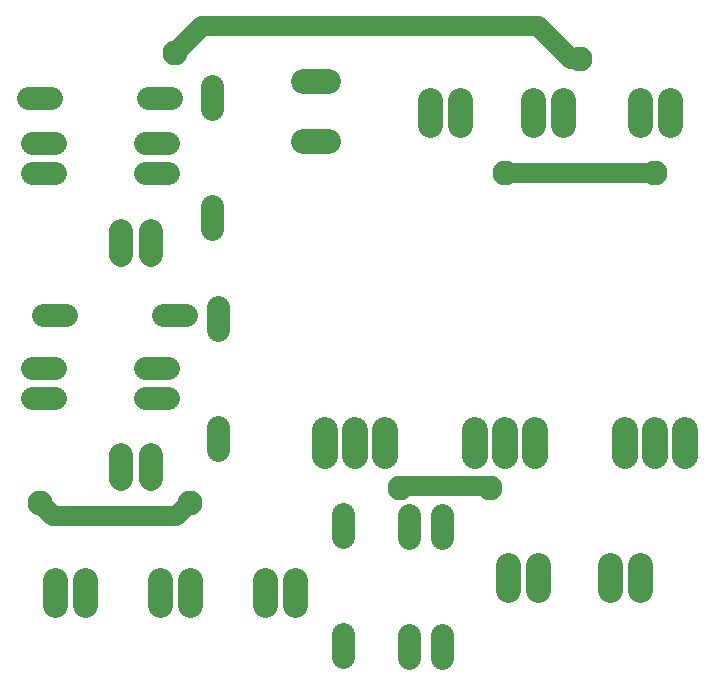
<source format=gbr>
G04 EAGLE Gerber RS-274X export*
G75*
%MOMM*%
%FSLAX34Y34*%
%LPD*%
%INTop Copper*%
%IPPOS*%
%AMOC8*
5,1,8,0,0,1.08239X$1,22.5*%
G01*
%ADD10C,2.006600*%
%ADD11C,1.930400*%
%ADD12C,2.235200*%
%ADD13C,2.133600*%
%ADD14C,2.117600*%
%ADD15C,1.700000*%


D10*
X170180Y382143D02*
X170180Y362077D01*
X144780Y362077D02*
X144780Y382143D01*
X170180Y192913D02*
X170180Y172847D01*
X144780Y172847D02*
X144780Y192913D01*
D11*
X88900Y457200D02*
X69596Y457200D01*
X69596Y431800D02*
X88900Y431800D01*
X165100Y431800D02*
X184404Y431800D01*
X184404Y457200D02*
X165100Y457200D01*
X88900Y266700D02*
X69596Y266700D01*
X69596Y241300D02*
X88900Y241300D01*
X165100Y241300D02*
X184404Y241300D01*
X184404Y266700D02*
X165100Y266700D01*
D12*
X444500Y214376D02*
X444500Y192024D01*
X469900Y192024D02*
X469900Y214376D01*
X495300Y214376D02*
X495300Y192024D01*
X571500Y192024D02*
X571500Y214376D01*
X596900Y214376D02*
X596900Y192024D01*
X622300Y192024D02*
X622300Y214376D01*
X317500Y214376D02*
X317500Y192024D01*
X342900Y192024D02*
X342900Y214376D01*
X368300Y214376D02*
X368300Y192024D01*
D11*
X85852Y495300D02*
X66548Y495300D01*
X168148Y495300D02*
X187452Y495300D01*
X416560Y40132D02*
X416560Y20828D01*
X416560Y122428D02*
X416560Y141732D01*
X388620Y40132D02*
X388620Y20828D01*
X388620Y122428D02*
X388620Y141732D01*
X332740Y41402D02*
X332740Y22098D01*
X332740Y123698D02*
X332740Y143002D01*
X222250Y485648D02*
X222250Y504952D01*
X222250Y403352D02*
X222250Y384048D01*
X98552Y311150D02*
X79248Y311150D01*
X180848Y311150D02*
X200152Y311150D01*
X227330Y318262D02*
X227330Y298958D01*
X227330Y216662D02*
X227330Y197358D01*
D13*
X299212Y458470D02*
X320548Y458470D01*
X320548Y509270D02*
X299212Y509270D01*
X114300Y86868D02*
X114300Y65532D01*
X88900Y65532D02*
X88900Y86868D01*
X472440Y78232D02*
X472440Y99568D01*
X497840Y99568D02*
X497840Y78232D01*
X292100Y86868D02*
X292100Y65532D01*
X266700Y65532D02*
X266700Y86868D01*
X177800Y86868D02*
X177800Y65532D01*
X203200Y65532D02*
X203200Y86868D01*
X558800Y78232D02*
X558800Y99568D01*
X584200Y99568D02*
X584200Y78232D01*
X584200Y471932D02*
X584200Y493268D01*
X609600Y493268D02*
X609600Y471932D01*
X406400Y471932D02*
X406400Y493268D01*
X431800Y493268D02*
X431800Y471932D01*
X519430Y471932D02*
X519430Y493268D01*
X494030Y493268D02*
X494030Y471932D01*
D14*
X381000Y165100D03*
D15*
X382270Y166370D02*
X455930Y166370D01*
X382270Y166370D02*
X381000Y165100D01*
X455930Y166370D02*
X457200Y165100D01*
D14*
X457200Y165100D03*
X76200Y152400D03*
D15*
X191770Y140970D02*
X203200Y152400D01*
X191770Y140970D02*
X87630Y140970D01*
X76200Y152400D01*
D14*
X203200Y152400D03*
D15*
X190500Y533400D02*
X213360Y556260D01*
X497840Y556260D01*
D14*
X190500Y533400D03*
D15*
X525540Y528560D02*
X533400Y528560D01*
D14*
X533400Y528560D03*
D15*
X525540Y528560D02*
X497840Y556260D01*
D14*
X469900Y431800D03*
D15*
X596900Y431800D01*
D14*
X596900Y431800D03*
M02*

</source>
